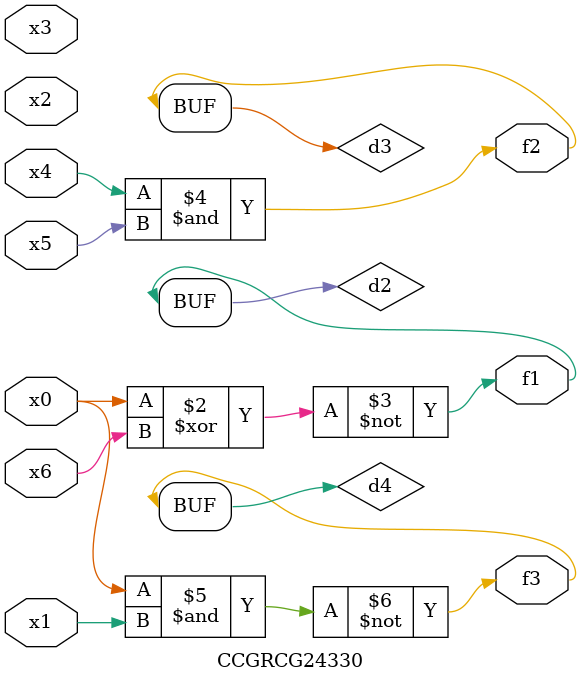
<source format=v>
module CCGRCG24330(
	input x0, x1, x2, x3, x4, x5, x6,
	output f1, f2, f3
);

	wire d1, d2, d3, d4;

	nor (d1, x0);
	xnor (d2, x0, x6);
	and (d3, x4, x5);
	nand (d4, x0, x1);
	assign f1 = d2;
	assign f2 = d3;
	assign f3 = d4;
endmodule

</source>
